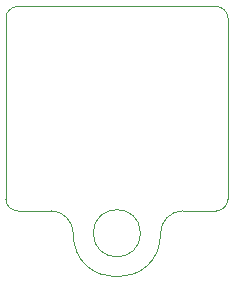
<source format=gbr>
%TF.GenerationSoftware,KiCad,Pcbnew,(5.1.6)-1*%
%TF.CreationDate,2020-09-22T19:12:10+02:00*%
%TF.ProjectId,Uno,556e6f2e-6b69-4636-9164-5f7063625858,rev?*%
%TF.SameCoordinates,Original*%
%TF.FileFunction,Profile,NP*%
%FSLAX46Y46*%
G04 Gerber Fmt 4.6, Leading zero omitted, Abs format (unit mm)*
G04 Created by KiCad (PCBNEW (5.1.6)-1) date 2020-09-22 19:12:10*
%MOMM*%
%LPD*%
G01*
G04 APERTURE LIST*
%TA.AperFunction,Profile*%
%ADD10C,0.050000*%
%TD*%
G04 APERTURE END LIST*
D10*
X44500000Y-101300000D02*
G75*
G02*
X37100000Y-101300000I-3700000J0D01*
G01*
X46400000Y-99400000D02*
X49200000Y-99400000D01*
X44500000Y-101300000D02*
G75*
G02*
X46400000Y-99400000I1900000J0D01*
G01*
X32400000Y-99400000D02*
X35200000Y-99400000D01*
X35200000Y-99400000D02*
G75*
G02*
X37100000Y-101300000I0J-1900000D01*
G01*
X42800000Y-101300000D02*
G75*
G03*
X42800000Y-101300000I-2000000J0D01*
G01*
X50200000Y-83100000D02*
X50200000Y-98400000D01*
X32400000Y-82100000D02*
X49200000Y-82100000D01*
X31400000Y-98400000D02*
X31400000Y-83100000D01*
X31400000Y-83100000D02*
G75*
G02*
X32400000Y-82100000I1000000J0D01*
G01*
X49200000Y-82100000D02*
G75*
G02*
X50200000Y-83100000I0J-1000000D01*
G01*
X50200000Y-98400000D02*
G75*
G02*
X49200000Y-99400000I-1000000J0D01*
G01*
X32400000Y-99400000D02*
G75*
G02*
X31400000Y-98400000I0J1000000D01*
G01*
M02*

</source>
